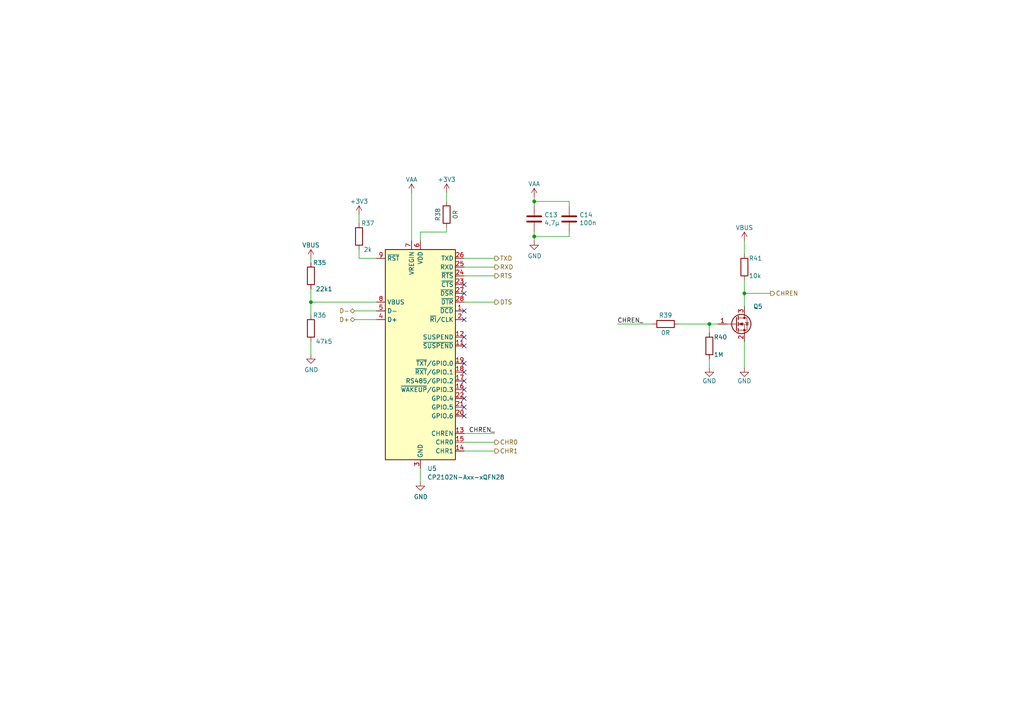
<source format=kicad_sch>
(kicad_sch (version 20211123) (generator eeschema)
  (paper "A4")
  (lib_symbols
    (symbol "Device:C" (pin_numbers hide) (pin_names (offset 0.254))
      (property "Reference" "C" (at 0.635 2.54 0))
      (property "Value" "C" (at 0.635 -2.54 0))
      (symbol "C_0_1"
        (polyline (pts (xy -2.032 -0.762) (xy 2.032 -0.762)) (stroke (width 0.508)))
        (polyline (pts (xy -2.032 0.762) (xy 2.032 0.762)) (stroke (width 0.508)))
      )
      (symbol "C_1_1"
        (pin passive line (at 0 3.81 270) (length 2.794) (name "~") (number "1"))
        (pin passive line (at 0 -3.81 90) (length 2.794) (name "~") (number "2"))
      )
    )
    (symbol "Device:R" (pin_numbers hide) (pin_names (offset 0))
      (property "Reference" "R" (at 2.032 0 90))
      (property "Value" "R" (at 0 0 90))
      (symbol "R_0_1"
        (rectangle (start -1.016 -2.54) (end 1.016 2.54) (stroke (width 0.254)))
      )
      (symbol "R_1_1"
        (pin passive line (at 0 3.81 270) (length 1.27) (name "~") (number "1"))
        (pin passive line (at 0 -3.81 90) (length 1.27) (name "~") (number "2"))
      )
    )
    (symbol "Interface_USB:CP2102N-Axx-xQFN28"
      (property "Reference" "U" (at -8.89 31.75 0))
      (property "Value" "CP2102N-Axx-xQFN28" (at 12.7 31.75 0))
      (symbol "CP2102N-Axx-xQFN28_0_1"
        (rectangle (start -10.16 30.48) (end 10.16 -30.48) (stroke (width 0.254)) (fill (type background)))
      )
      (symbol "CP2102N-Axx-xQFN28_1_1"
        (pin input line (at 12.7 12.7 180) (length 2.54) (name "~{DCD}") (number "1"))
        (pin no_connect line (at -10.16 -27.94 0) (length 2.54) hide (name "NC") (number "10"))
        (pin output line (at 12.7 2.54 180) (length 2.54) (name "~{SUSPEND}") (number "11"))
        (pin output line (at 12.7 5.08 180) (length 2.54) (name "SUSPEND") (number "12"))
        (pin output line (at 12.7 -22.86 180) (length 2.54) (name "CHREN") (number "13"))
        (pin output line (at 12.7 -27.94 180) (length 2.54) (name "CHR1") (number "14"))
        (pin output line (at 12.7 -25.4 180) (length 2.54) (name "CHR0") (number "15"))
        (pin bidirectional line (at 12.7 -10.16 180) (length 2.54) (name "~{WAKEUP}/GPIO.3") (number "16"))
        (pin bidirectional line (at 12.7 -7.62 180) (length 2.54) (name "RS485/GPIO.2") (number "17"))
        (pin bidirectional line (at 12.7 -5.08 180) (length 2.54) (name "~{RXT}/GPIO.1") (number "18"))
        (pin bidirectional line (at 12.7 -2.54 180) (length 2.54) (name "~{TXT}/GPIO.0") (number "19"))
        (pin bidirectional line (at 12.7 10.16 180) (length 2.54) (name "~{RI}/CLK") (number "2"))
        (pin bidirectional line (at 12.7 -17.78 180) (length 2.54) (name "GPIO.6") (number "20"))
        (pin bidirectional line (at 12.7 -15.24 180) (length 2.54) (name "GPIO.5") (number "21"))
        (pin bidirectional line (at 12.7 -12.7 180) (length 2.54) (name "GPIO.4") (number "22"))
        (pin input line (at 12.7 20.32 180) (length 2.54) (name "~{CTS}") (number "23"))
        (pin output line (at 12.7 22.86 180) (length 2.54) (name "~{RTS}") (number "24"))
        (pin input line (at 12.7 25.4 180) (length 2.54) (name "RXD") (number "25"))
        (pin output line (at 12.7 27.94 180) (length 2.54) (name "TXD") (number "26"))
        (pin input line (at 12.7 17.78 180) (length 2.54) (name "~{DSR}") (number "27"))
        (pin output line (at 12.7 15.24 180) (length 2.54) (name "~{DTR}") (number "28"))
        (pin passive line (at 0 -33.02 90) (length 2.54) hide (name "GND") (number "29"))
        (pin power_in line (at 0 -33.02 90) (length 2.54) (name "GND") (number "3"))
        (pin bidirectional line (at -12.7 10.16 0) (length 2.54) (name "D+") (number "4"))
        (pin bidirectional line (at -12.7 12.7 0) (length 2.54) (name "D-") (number "5"))
        (pin power_in line (at 0 33.02 270) (length 2.54) (name "VDD") (number "6"))
        (pin power_in line (at -2.54 33.02 270) (length 2.54) (name "VREGIN") (number "7"))
        (pin input line (at -12.7 15.24 0) (length 2.54) (name "VBUS") (number "8"))
        (pin input line (at -12.7 27.94 0) (length 2.54) (name "~{RST}") (number "9"))
      )
    )
    (symbol "power:+3V3" (power) (pin_names (offset 0))
      (property "Value" "+3V3" (at 0 3.556 0))
      (symbol "+3V3_0_1"
        (polyline (pts (xy -0.762 1.27) (xy 0 2.54)))
        (polyline (pts (xy 0 0) (xy 0 2.54)))
        (polyline (pts (xy 0 2.54) (xy 0.762 1.27)))
      )
      (symbol "+3V3_1_1"
        (pin power_in line (at 0 0 90) (length 0) hide (name "+3V3") (number "1"))
      )
    )
    (symbol "power:GND" (power) (pin_names (offset 0))
      (property "Value" "GND" (at 0 -3.81 0))
      (symbol "GND_0_1"
        (polyline (pts (xy 0 0) (xy 0 -1.27) (xy 1.27 -1.27) (xy 0 -2.54) (xy -1.27 -1.27) (xy 0 -1.27)))
      )
      (symbol "GND_1_1"
        (pin power_in line (at 0 0 270) (length 0) hide (name "GND") (number "1"))
      )
    )
    (symbol "power:VAA" (power) (pin_names (offset 0))
      (property "Value" "VAA" (at 0 3.81 0))
      (symbol "VAA_0_1"
        (polyline (pts (xy -0.762 1.27) (xy 0 2.54)))
        (polyline (pts (xy 0 0) (xy 0 2.54)))
        (polyline (pts (xy 0 2.54) (xy 0.762 1.27)))
      )
      (symbol "VAA_1_1"
        (pin power_in line (at 0 0 90) (length 0) hide (name "VAA") (number "1"))
      )
    )
    (symbol "power:VBUS" (power) (pin_names (offset 0))
      (property "Value" "VBUS" (at 0 3.81 0))
      (symbol "VBUS_0_1"
        (polyline (pts (xy -0.762 1.27) (xy 0 2.54)))
        (polyline (pts (xy 0 0) (xy 0 2.54)))
        (polyline (pts (xy 0 2.54) (xy 0.762 1.27)))
      )
      (symbol "VBUS_1_1"
        (pin power_in line (at 0 0 90) (length 0) hide (name "VBUS") (number "1"))
      )
    )
    (symbol "z_ic:DMN2004WK-7" (pin_names (offset 0) hide)
      (property "Reference" "Q" (at 5.08 1.27 0))
      (property "Value" "DMN2004WK-7" (at 5.08 -1.27 0))
      (property "Digikey" "DMN2004WKDICT-ND" (at 0 0 0))
      (symbol "DMN2004WK-7_0_1"
        (polyline (pts (xy 0.254 0) (xy -2.54 0)))
        (polyline (pts (xy 0.254 1.905) (xy 0.254 -1.905)) (stroke (width 0.254)))
        (polyline (pts (xy 0.762 -1.27) (xy 0.762 -2.286)) (stroke (width 0.254)))
        (polyline (pts (xy 0.762 0.508) (xy 0.762 -0.508)) (stroke (width 0.254)))
        (polyline (pts (xy 0.762 2.286) (xy 0.762 1.27)) (stroke (width 0.254)))
        (polyline (pts (xy 2.54 2.54) (xy 2.54 1.778)))
        (polyline (pts (xy 2.54 -2.54) (xy 2.54 0) (xy 0.762 0)))
        (polyline (pts (xy 0.762 -1.778) (xy 3.302 -1.778) (xy 3.302 1.778) (xy 0.762 1.778)))
        (polyline (pts (xy 1.016 0) (xy 2.032 0.381) (xy 2.032 -0.381) (xy 1.016 0)) (fill (type outline)))
        (polyline (pts (xy 2.794 0.508) (xy 2.921 0.381) (xy 3.683 0.381) (xy 3.81 0.254)))
        (polyline (pts (xy 3.302 0.381) (xy 2.921 -0.254) (xy 3.683 -0.254) (xy 3.302 0.381)))
        (circle (center 1.651 0) (radius 2.794) (stroke (width 0.254)))
        (circle (center 2.54 -1.778) (radius 0.254) (fill (type outline)))
        (circle (center 2.54 1.778) (radius 0.254) (fill (type outline)))
      )
      (symbol "DMN2004WK-7_1_1"
        (pin input line (at -5.08 0 0) (length 2.54) (name "G") (number "1"))
        (pin passive line (at 2.54 -5.08 90) (length 2.54) (name "S") (number "2"))
        (pin passive line (at 2.54 5.08 270) (length 2.54) (name "D") (number "3"))
      )
    )
  )
  (junction (at 205.74 93.98))
  (junction (at 215.9 85.09))
  (junction (at 90.17 87.63))
  (junction (at 154.94 68.58))
  (junction (at 154.94 58.42))
  (no_connect (at 134.62 85.09))
  (no_connect (at 134.62 105.41))
  (no_connect (at 134.62 90.17))
  (no_connect (at 134.62 97.79))
  (no_connect (at 134.62 113.03))
  (no_connect (at 134.62 120.65))
  (no_connect (at 134.62 118.11))
  (no_connect (at 134.62 110.49))
  (no_connect (at 134.62 92.71))
  (no_connect (at 134.62 115.57))
  (no_connect (at 134.62 107.95))
  (no_connect (at 134.62 100.33))
  (no_connect (at 134.62 82.55))
  (wire (pts (xy 205.74 93.98) (xy 205.74 96.52)))
  (wire (pts (xy 215.9 69.85) (xy 215.9 73.66)))
  (wire (pts (xy 109.22 74.93) (xy 104.14 74.93)))
  (wire (pts (xy 134.62 74.93) (xy 143.51 74.93)))
  (wire (pts (xy 134.62 80.01) (xy 143.51 80.01)))
  (wire (pts (xy 119.38 55.88) (xy 119.38 69.85)))
  (wire (pts (xy 109.22 92.71) (xy 102.87 92.71)))
  (wire (pts (xy 165.1 58.42) (xy 165.1 59.69)))
  (wire (pts (xy 205.74 104.14) (xy 205.74 106.68)))
  (wire (pts (xy 205.74 93.98) (xy 208.28 93.98)))
  (wire (pts (xy 165.1 68.58) (xy 165.1 67.31)))
  (wire (pts (xy 104.14 74.93) (xy 104.14 72.39)))
  (wire (pts (xy 90.17 74.93) (xy 90.17 76.2)))
  (wire (pts (xy 215.9 99.06) (xy 215.9 106.68)))
  (wire (pts (xy 109.22 90.17) (xy 102.87 90.17)))
  (wire (pts (xy 134.62 130.81) (xy 143.51 130.81)))
  (wire (pts (xy 134.62 87.63) (xy 143.51 87.63)))
  (wire (pts (xy 154.94 58.42) (xy 165.1 58.42)))
  (wire (pts (xy 215.9 81.28) (xy 215.9 85.09)))
  (wire (pts (xy 90.17 83.82) (xy 90.17 87.63)))
  (wire (pts (xy 154.94 59.69) (xy 154.94 58.42)))
  (wire (pts (xy 90.17 87.63) (xy 109.22 87.63)))
  (wire (pts (xy 179.07 93.98) (xy 189.23 93.98)))
  (wire (pts (xy 154.94 68.58) (xy 154.94 69.85)))
  (wire (pts (xy 154.94 67.31) (xy 154.94 68.58)))
  (wire (pts (xy 154.94 58.42) (xy 154.94 57.15)))
  (wire (pts (xy 134.62 125.73) (xy 143.51 125.73)))
  (wire (pts (xy 90.17 87.63) (xy 90.17 91.44)))
  (wire (pts (xy 134.62 77.47) (xy 143.51 77.47)))
  (wire (pts (xy 121.92 69.85) (xy 121.92 67.31)))
  (wire (pts (xy 129.54 55.88) (xy 129.54 58.42)))
  (wire (pts (xy 121.92 135.89) (xy 121.92 139.7)))
  (wire (pts (xy 104.14 64.77) (xy 104.14 62.23)))
  (wire (pts (xy 215.9 88.9) (xy 215.9 85.09)))
  (wire (pts (xy 129.54 66.04) (xy 129.54 67.31)))
  (wire (pts (xy 215.9 85.09) (xy 223.52 85.09)))
  (wire (pts (xy 154.94 68.58) (xy 165.1 68.58)))
  (wire (pts (xy 134.62 128.27) (xy 143.51 128.27)))
  (wire (pts (xy 90.17 102.87) (xy 90.17 99.06)))
  (wire (pts (xy 196.85 93.98) (xy 205.74 93.98)))
  (wire (pts (xy 121.92 67.31) (xy 129.54 67.31)))
  (label "CHREN_" (at 143.51 125.73 180))
  (label "CHREN_" (at 179.07 93.98 0))
  (hierarchical_label "D-" (shape bidirectional) (at 102.87 90.17 180))
  (hierarchical_label "TXD" (shape output) (at 143.51 74.93 0))
  (hierarchical_label "CHR1" (shape output) (at 143.51 130.81 0))
  (hierarchical_label "DTS" (shape output) (at 143.51 87.63 0))
  (hierarchical_label "D+" (shape bidirectional) (at 102.87 92.71 180))
  (hierarchical_label "CHREN" (shape output) (at 223.52 85.09 0))
  (hierarchical_label "RTS" (shape output) (at 143.51 80.01 0))
  (hierarchical_label "CHR0" (shape output) (at 143.51 128.27 0))
  (hierarchical_label "RXD" (shape output) (at 143.51 77.47 0))
  (symbol (lib_id "Device:R") (at 205.74 100.33 180) (unit 1)
    (property "Reference" "R40" (at 207.01 97.79 0) (effects (justify right)))
    (property "Value" "1M" (at 207.01 102.87 0) (effects (justify right)))
    (property "Footprint" "Resistor_SMD:R_0603_1608Metric" (effects hide))
    (property "Digikey" "RMCF0603FT1M00CT-ND" (effects hide))
  )
  (symbol (lib_id "Device:C") (at 165.1 63.5 0) (unit 1)
    (property "Reference" "C14" (at 168.021 62.3316 0) (effects (justify left)))
    (property "Value" "100n" (at 168.021 64.643 0) (effects (justify left)))
    (property "Footprint" "Capacitor_SMD:C_0603_1608Metric" (effects hide))
    (property "Digikey" "1292-1393-1-ND" (effects hide))
  )
  (symbol (lib_id "power:GND") (at 90.17 102.87 0) (unit 1)
    (property "Reference" "#PWR059" (effects hide))
    (property "Value" "GND" (at 90.297 107.2642 0))
  )
  (symbol (lib_id "Device:R") (at 90.17 95.25 0) (unit 1)
    (property "Reference" "R36" (at 92.71 91.44 0))
    (property "Value" "47k5" (at 93.98 99.06 0))
    (property "Footprint" "Resistor_SMD:R_0603_1608Metric" (effects hide))
    (property "Digikey" "RMCF0603FT47K5CT-ND" (effects hide))
  )
  (symbol (lib_id "power:VAA") (at 154.94 57.15 0) (unit 1)
    (property "Reference" "#PWR064" (effects hide))
    (property "Value" "VAA" (at 154.94 53.34 0))
  )
  (symbol (lib_id "z_ic:DMN2004WK-7") (at 213.36 93.98 0) (unit 1)
    (property "Reference" "Q5" (at 218.44 88.9 0) (effects (justify left)))
    (property "Value" "DMN2004WK-7" (effects hide))
    (property "Footprint" "Package_TO_SOT_SMD:SOT-323_SC-70" (effects hide))
    (property "Datasheet" "https://www.diodes.com/assets/Datasheets/ds30934.pdf" (effects hide))
    (property "Digikey" "DMN2004WKDICT-ND" (effects hide))
  )
  (symbol (lib_id "power:GND") (at 154.94 69.85 0) (unit 1)
    (property "Reference" "#PWR065" (effects hide))
    (property "Value" "GND" (at 155.067 74.2442 0))
  )
  (symbol (lib_id "Device:R") (at 129.54 62.23 0) (unit 1)
    (property "Reference" "R38" (at 127 62.23 90))
    (property "Value" "0R" (at 132.08 62.23 90))
    (property "Footprint" "Resistor_SMD:R_0603_1608Metric" (effects hide))
    (property "Digikey" "541-0.0SBCT-ND" (effects hide))
  )
  (symbol (lib_id "power:GND") (at 205.74 106.68 0) (unit 1)
    (property "Reference" "#PWR066" (effects hide))
    (property "Value" "GND" (at 205.74 110.49 0))
  )
  (symbol (lib_id "Device:R") (at 104.14 68.58 0) (unit 1)
    (property "Reference" "R37" (at 106.68 64.77 0))
    (property "Value" "2k" (at 106.68 72.39 0))
    (property "Footprint" "Resistor_SMD:R_0603_1608Metric" (effects hide))
    (property "Digikey" "311-2.00KHRCT-ND" (effects hide))
  )
  (symbol (lib_id "power:VBUS") (at 90.17 74.93 0) (unit 1)
    (property "Reference" "#PWR058" (effects hide))
    (property "Value" "VBUS" (at 90.17 71.12 0))
  )
  (symbol (lib_id "power:GND") (at 215.9 106.68 0) (unit 1)
    (property "Reference" "#PWR068" (effects hide))
    (property "Value" "GND" (at 215.9 110.49 0))
  )
  (symbol (lib_id "Device:C") (at 154.94 63.5 0) (unit 1)
    (property "Reference" "C13" (at 157.861 62.3316 0) (effects (justify left)))
    (property "Value" "4,7µ" (at 157.861 64.643 0) (effects (justify left)))
    (property "Footprint" "Capacitor_SMD:C_0603_1608Metric" (effects hide))
    (property "Digikey" "1276-1045-1-ND" (effects hide))
  )
  (symbol (lib_id "power:+3V3") (at 104.14 62.23 0) (unit 1)
    (property "Reference" "#PWR060" (effects hide))
    (property "Value" "+3V3" (at 104.14 58.42 0))
  )
  (symbol (lib_id "power:VBUS") (at 215.9 69.85 0) (unit 1)
    (property "Reference" "#PWR067" (effects hide))
    (property "Value" "VBUS" (at 215.9 66.04 0))
  )
  (symbol (lib_id "Device:R") (at 215.9 77.47 180) (unit 1)
    (property "Reference" "R41" (at 217.17 74.93 0) (effects (justify right)))
    (property "Value" "10k" (at 217.17 80.01 0) (effects (justify right)))
    (property "Footprint" "Resistor_SMD:R_0603_1608Metric" (effects hide))
    (property "Digikey" "A121523CT-ND" (effects hide))
  )
  (symbol (lib_id "power:+3V3") (at 129.54 55.88 0) (unit 1)
    (property "Reference" "#PWR063" (effects hide))
    (property "Value" "+3V3" (at 129.54 52.07 0))
  )
  (symbol (lib_id "power:VAA") (at 119.38 55.88 0) (unit 1)
    (property "Reference" "#PWR061" (effects hide))
    (property "Value" "VAA" (at 119.38 52.07 0))
  )
  (symbol (lib_id "Device:R") (at 193.04 93.98 270) (unit 1)
    (property "Reference" "R39" (at 193.04 91.44 90))
    (property "Value" "0R" (at 193.04 96.52 90))
    (property "Footprint" "Resistor_SMD:R_0603_1608Metric" (effects hide))
    (property "Digikey" "541-0.0SBCT-ND" (effects hide))
  )
  (symbol (lib_id "power:GND") (at 121.92 139.7 0) (unit 1)
    (property "Reference" "#PWR062" (effects hide))
    (property "Value" "GND" (at 122.047 144.0942 0))
  )
  (symbol (lib_id "Interface_USB:CP2102N-Axx-xQFN28") (at 121.92 102.87 0) (unit 1)
    (property "Reference" "U5" (at 123.9394 135.89 0) (effects (justify left)))
    (property "Value" "CP2102N-Axx-xQFN28" (at 123.9394 138.43 0) (effects (justify left)))
    (property "Footprint" "Package_DFN_QFN:QFN-28-1EP_5x5mm_P0.5mm_EP3.35x3.35mm" (effects hide))
    (property "Datasheet" "https://www.silabs.com/documents/public/data-sheets/cp2102n-datasheet.pdf" (effects hide))
    (property "Digikey" "336-5889-ND" (effects hide))
  )
  (symbol (lib_id "Device:R") (at 90.17 80.01 0) (unit 1)
    (property "Reference" "R35" (at 92.71 76.2 0))
    (property "Value" "22k1" (at 93.98 83.82 0))
    (property "Footprint" "Resistor_SMD:R_0603_1608Metric" (effects hide))
    (property "Digikey" "311-22.1KHRCT-ND" (effects hide))
  )
)
</source>
